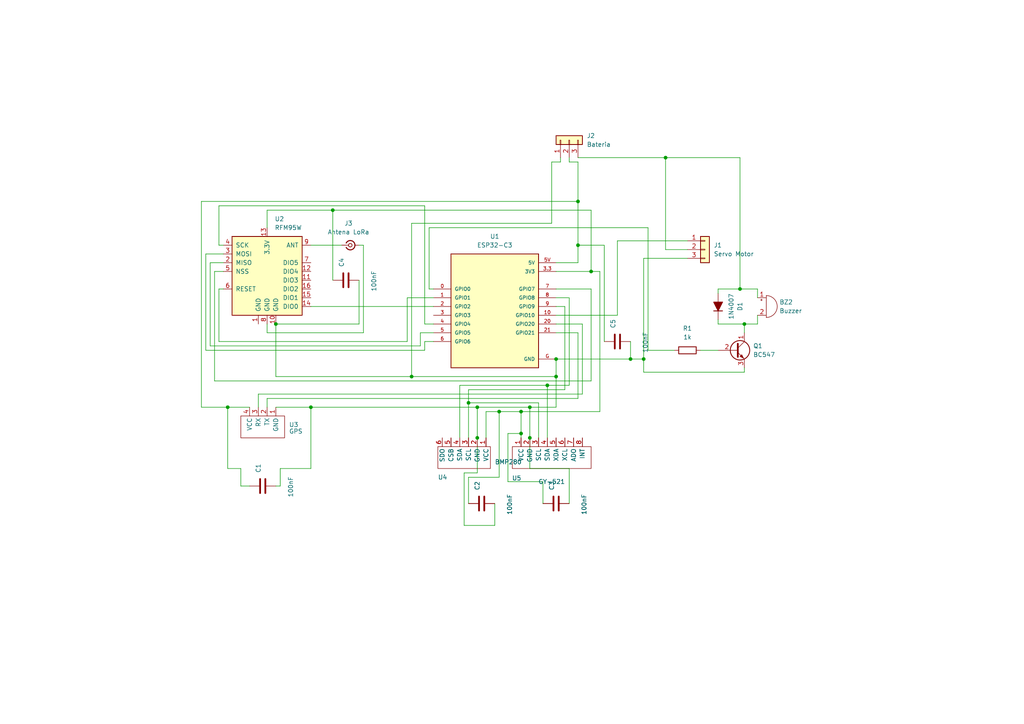
<source format=kicad_sch>
(kicad_sch (version 20231120) (generator "eeschema") (generator_version "8.0")
  (paper "A4")
  (title_block (title "Aviônica SR1500") (date "2025-06-04"))
  (lib_symbols
    (symbol "Connector:Conn_Coaxial_Small" (pin_numbers hide) (pin_names (offset 1.016) hide)
      (property "Reference" "J" (at 0.254 3.048 0))
      (property "Value" "Conn_Coaxial_Small" (at 0 -3.81 0))
      (symbol "Conn_Coaxial_Small_0_1"
        (polyline (pts (xy -2.54 0) (xy -0.508 0)))
        (circle (center 0 0) (radius 0.508) (stroke (width 0.2032)))
      )
      (symbol "Conn_Coaxial_Small_1_1"
        (arc (start -1.1916 -0.6311) (mid 0.327 -1.3081) (end 1.3484 0.0039) (stroke (width 0.3048)))
        (arc (start 1.3484 -0.0039) (mid 0.327 1.3081) (end -1.1916 0.6311) (stroke (width 0.3048)))
        (pin passive line (at -2.54 0 0) (length 1.27) (name "In") (number "1"))
        (pin passive line (at 2.54 0 180) (length 1.27) (name "Ext") (number "2"))
      )
    )
    (symbol "Connector_Generic:Conn_01x03" (pin_names (offset 1.016) hide)
      (property "Reference" "J" (at 0 5.08 0))
      (property "Value" "Conn_01x03" (at 0 -5.08 0))
      (symbol "Conn_01x03_1_1"
        (rectangle (start -1.27 -2.413) (end 0 -2.667) (stroke (width 0.1524)))
        (rectangle (start -1.27 0.127) (end 0 -0.127) (stroke (width 0.1524)))
        (rectangle (start -1.27 2.667) (end 0 2.413) (stroke (width 0.1524)))
        (rectangle (start -1.27 3.81) (end 1.27 -3.81) (stroke (width 0.254)) (fill (type background)))
        (pin passive line (at -5.08 2.54 0) (length 3.81) (name "Pin_1") (number "1"))
        (pin passive line (at -5.08 0 0) (length 3.81) (name "Pin_2") (number "2"))
        (pin passive line (at -5.08 -2.54 0) (length 3.81) (name "Pin_3") (number "3"))
      )
    )
    (symbol "Device:Buzzer" (pin_names (offset 0.0254) hide)
      (property "Reference" "BZ" (at 3.81 1.27 0))
      (property "Value" "Buzzer" (at 3.81 -1.27 0))
      (symbol "Buzzer_0_1"
        (arc (start 0 -3.175) (mid 3.1612 0) (end 0 3.175))
        (polyline (pts (xy -1.651 1.905) (xy -1.143 1.905)))
        (polyline (pts (xy -1.397 2.159) (xy -1.397 1.651)))
        (polyline (pts (xy 0 3.175) (xy 0 -3.175)))
      )
      (symbol "Buzzer_1_1"
        (pin passive line (at -2.54 2.54 0) (length 2.54) (name "+") (number "1"))
        (pin passive line (at -2.54 -2.54 0) (length 2.54) (name "-") (number "2"))
      )
    )
    (symbol "Device:R" (pin_numbers hide) (pin_names (offset 0))
      (property "Reference" "R" (at 2.032 0 90))
      (property "Value" "R" (at 0 0 90))
      (symbol "R_0_1"
        (rectangle (start -1.016 -2.54) (end 1.016 2.54) (stroke (width 0.254)))
      )
      (symbol "R_1_1"
        (pin passive line (at 0 3.81 270) (length 1.27) (name "~") (number "1"))
        (pin passive line (at 0 -3.81 90) (length 1.27) (name "~") (number "2"))
      )
    )
    (symbol "ESP32-C3_SUPERMINI_TH:ESP32-C3_SUPERMINI_TH" (pin_names (offset 1.016))
      (property "Reference" "U" (at -12.7 16.002 0))
      (property "Value" "ESP32-C3_SUPERMINI_TH" (at -12.7 -20.32 0))
      (symbol "ESP32-C3_SUPERMINI_TH_0_0"
        (rectangle (start -12.7 -17.78) (end 12.7 15.24) (stroke (width 0.254)) (fill (type background)))
        (pin bidirectional line (at -17.78 5.08 0) (length 5.08) (name "GPIO0") (number "0"))
        (pin bidirectional line (at -17.78 2.54 0) (length 5.08) (name "GPIO1") (number "1"))
        (pin bidirectional line (at 17.78 -2.54 180) (length 5.08) (name "GPIO10") (number "10"))
        (pin bidirectional line (at -17.78 0 0) (length 5.08) (name "GPIO2") (number "2"))
        (pin bidirectional line (at 17.78 -5.08 180) (length 5.08) (name "GPIO20") (number "20"))
        (pin bidirectional line (at 17.78 -7.62 180) (length 5.08) (name "GPIO21") (number "21"))
        (pin bidirectional line (at -17.78 -2.54 0) (length 5.08) (name "GPIO3") (number "3"))
        (pin power_in line (at 17.78 10.16 180) (length 5.08) (name "3V3") (number "3.3"))
        (pin bidirectional line (at -17.78 -5.08 0) (length 5.08) (name "GPIO4") (number "4"))
        (pin bidirectional line (at -17.78 -7.62 0) (length 5.08) (name "GPIO5") (number "5"))
        (pin power_in line (at 17.78 12.7 180) (length 5.08) (name "5V") (number "5V"))
        (pin bidirectional line (at -17.78 -10.16 0) (length 5.08) (name "GPIO6") (number "6"))
        (pin bidirectional line (at 17.78 5.08 180) (length 5.08) (name "GPIO7") (number "7"))
        (pin bidirectional line (at 17.78 2.54 180) (length 5.08) (name "GPIO8") (number "8"))
        (pin bidirectional line (at 17.78 0 180) (length 5.08) (name "GPIO9") (number "9"))
        (pin power_in line (at 17.78 -15.24 180) (length 5.08) (name "GND") (number "G"))
      )
    )
    (symbol "New_Library:BMP280"
      (property "Reference" "U" (at 5.334 4.572 0))
      (symbol "BMP280_0_1"
        (rectangle (start -7.62 2.54) (end 7.62 -3.81))
      )
      (symbol "BMP280_1_1"
        (pin input line (at 6.35 5.08 270) (length 2.54) (name "VCC") (number "1"))
        (pin input line (at 3.81 5.08 270) (length 2.54) (name "GND") (number "2"))
        (pin bidirectional line (at 1.27 5.08 270) (length 2.54) (name "SCL") (number "3"))
        (pin bidirectional line (at -1.27 5.08 270) (length 2.54) (name "SDA") (number "4"))
        (pin bidirectional line (at -3.81 5.08 270) (length 2.54) (name "CSB") (number "5"))
        (pin bidirectional line (at -6.35 5.08 270) (length 2.54) (name "SDO") (number "6"))
      )
    )
    (symbol "New_Library:GY-521"
      (property "Reference" "U" (at -5.842 -7.874 0))
      (symbol "GY-521_0_1"
        (rectangle (start -6.35 0) (end 16.51 -6.35))
      )
      (symbol "GY-521_1_1"
        (pin power_in line (at -3.81 2.54 270) (length 2.54) (name "VCC") (number "1"))
        (pin power_in line (at -1.27 2.54 270) (length 2.54) (name "GND") (number "2"))
        (pin bidirectional line (at 1.27 2.54 270) (length 2.54) (name "SCL") (number "3"))
        (pin bidirectional line (at 3.81 2.54 270) (length 2.54) (name "SDA") (number "4"))
        (pin bidirectional line (at 6.35 2.54 270) (length 2.54) (name "XDA") (number "5"))
        (pin bidirectional line (at 8.89 2.54 270) (length 2.54) (name "XCL") (number "6"))
        (pin bidirectional line (at 11.43 2.54 270) (length 2.54) (name "ADO") (number "7"))
        (pin bidirectional line (at 13.97 2.54 270) (length 2.54) (name "INT") (number "8"))
      )
    )
    (symbol "New_Library:GY-NEO6M-V2"
      (property "Reference" "U3" (at 7.62 0.0001 0))
      (property "Value" "~" (at 7.62 -1.905 0))
      (symbol "GY-NEO6M-V2_0_1"
        (rectangle (start -6.35 2.54) (end 6.35 -3.81))
      )
      (symbol "GY-NEO6M-V2_1_1"
        (pin power_in line (at 3.81 5.08 270) (length 2.54) (name "GND") (number "1"))
        (pin output line (at 1.27 5.08 270) (length 2.54) (name "TX") (number "2"))
        (pin input line (at -1.27 5.08 270) (length 2.54) (name "RX") (number "3"))
        (pin power_in line (at -3.81 5.08 270) (length 2.54) (name "VCC") (number "4"))
      )
    )
    (symbol "PCM_4ms_Connector:Conn_01x03" (pin_names (offset 1.016) hide)
      (property "Reference" "J" (at 0 5.08 0))
      (property "Value" "Conn_01x03" (at 0 -5.08 0))
      (symbol "Conn_01x03_1_1"
        (rectangle (start -1.27 -2.413) (end 0 -2.667) (stroke (width 0.1524)))
        (rectangle (start -1.27 0.127) (end 0 -0.127) (stroke (width 0.1524)))
        (rectangle (start -1.27 2.667) (end 0 2.413) (stroke (width 0.1524)))
        (rectangle (start -1.27 3.81) (end 1.27 -3.81) (stroke (width 0.254)) (fill (type background)))
        (pin passive line (at -5.08 2.54 0) (length 3.81) (name "Pin_1") (number "1"))
        (pin passive line (at -5.08 0 0) (length 3.81) (name "Pin_2") (number "2"))
        (pin passive line (at -5.08 -2.54 0) (length 3.81) (name "Pin_3") (number "3"))
      )
    )
    (symbol "PCM_Capacitor_AKL:C_Disc_D3.0mm_W1.6mm_P2.50mm" (pin_numbers hide) (pin_names (offset 0.254))
      (property "Reference" "C" (at 0.635 2.54 0))
      (property "Value" "C_Disc_D3.0mm_W1.6mm_P2.50mm" (at 0.635 -2.54 0))
      (symbol "C_Disc_D3.0mm_W1.6mm_P2.50mm_0_1"
        (polyline (pts (xy -2.032 -0.762) (xy 2.032 -0.762)) (stroke (width 0.508)))
        (polyline (pts (xy -2.032 0.762) (xy 2.032 0.762)) (stroke (width 0.508)))
      )
      (symbol "C_Disc_D3.0mm_W1.6mm_P2.50mm_0_2"
        (polyline (pts (xy -2.54 -2.54) (xy -0.381 -0.381)))
        (polyline (pts (xy -0.508 -0.508) (xy -1.651 0.635)) (stroke (width 0.508)))
        (polyline (pts (xy -0.508 -0.508) (xy 0.635 -1.651)) (stroke (width 0.508)))
        (polyline (pts (xy 0.381 0.381) (xy 2.54 2.54)))
        (polyline (pts (xy 0.508 0.508) (xy -0.635 1.651)) (stroke (width 0.508)))
        (polyline (pts (xy 0.508 0.508) (xy 1.651 -0.635)) (stroke (width 0.508)))
      )
      (symbol "C_Disc_D3.0mm_W1.6mm_P2.50mm_1_1"
        (pin passive line (at 0 3.81 270) (length 2.794) (name "~") (number "1"))
        (pin passive line (at 0 -3.81 90) (length 2.794) (name "~") (number "2"))
      )
      (symbol "C_Disc_D3.0mm_W1.6mm_P2.50mm_1_2"
        (pin passive line (at 2.54 2.54 270) (length 0) (name "~") (number "1"))
        (pin passive line (at -2.54 -2.54 90) (length 0) (name "~") (number "2"))
      )
    )
    (symbol "PCM_Diode_AKL:1N4007" (pin_numbers hide) (pin_names (offset 1.016) hide)
      (property "Reference" "D" (at 0 5.08 0))
      (property "Value" "1N4007" (at 0 2.54 0))
      (symbol "1N4007_0_1"
        (polyline (pts (xy -1.27 0) (xy 1.27 0)))
        (polyline (pts (xy 1.27 1.27) (xy 1.27 -1.27)) (stroke (width 0.254)))
        (polyline (pts (xy -1.27 1.27) (xy -1.27 -1.27) (xy 1.27 0) (xy -1.27 1.27)) (stroke (width 0.254)) (fill (type outline)))
      )
      (symbol "1N4007_0_2"
        (polyline (pts (xy -2.54 -2.54) (xy 2.54 2.54)))
        (polyline (pts (xy 0 1.778) (xy 1.778 0)) (stroke (width 0.254)))
        (polyline (pts (xy -0.889 -0.889) (xy -1.778 0) (xy 0.889 0.889) (xy 0 -1.778) (xy -0.889 -0.889)) (stroke (width 0.254)) (fill (type outline)))
      )
      (symbol "1N4007_1_1"
        (pin passive line (at 3.81 0 180) (length 2.54) (name "K") (number "1"))
        (pin passive line (at -3.81 0 0) (length 2.54) (name "A") (number "2"))
      )
      (symbol "1N4007_1_2"
        (pin passive line (at 2.54 2.54 180) (length 0) (name "K") (number "1"))
        (pin passive line (at -2.54 -2.54 0) (length 0) (name "A") (number "2"))
      )
    )
    (symbol "RF_Module:RFM95W-868S2" (pin_names (offset 1.016))
      (property "Reference" "U" (at -10.414 11.684 0))
      (property "Value" "RFM95W-868S2" (at 1.524 11.43 0))
      (symbol "RFM95W-868S2_0_1"
        (rectangle (start -10.16 10.16) (end 10.16 -12.7) (stroke (width 0.254)) (fill (type background)))
      )
      (symbol "RFM95W-868S2_1_1"
        (pin power_in line (at -2.54 -15.24 90) (length 2.54) (name "GND") (number "1"))
        (pin power_in line (at 2.54 -15.24 90) (length 2.54) (name "GND") (number "10"))
        (pin bidirectional line (at 12.7 -2.54 180) (length 2.54) (name "DIO3") (number "11"))
        (pin bidirectional line (at 12.7 0 180) (length 2.54) (name "DIO4") (number "12"))
        (pin power_in line (at 0 12.7 270) (length 2.54) (name "3.3V") (number "13"))
        (pin bidirectional line (at 12.7 -10.16 180) (length 2.54) (name "DIO0") (number "14"))
        (pin bidirectional line (at 12.7 -7.62 180) (length 2.54) (name "DIO1") (number "15"))
        (pin bidirectional line (at 12.7 -5.08 180) (length 2.54) (name "DIO2") (number "16"))
        (pin output line (at -12.7 2.54 0) (length 2.54) (name "MISO") (number "2"))
        (pin input line (at -12.7 5.08 0) (length 2.54) (name "MOSI") (number "3"))
        (pin input line (at -12.7 7.62 0) (length 2.54) (name "SCK") (number "4"))
        (pin input line (at -12.7 0 0) (length 2.54) (name "NSS") (number "5"))
        (pin bidirectional line (at -12.7 -5.08 0) (length 2.54) (name "RESET") (number "6"))
        (pin bidirectional line (at 12.7 2.54 180) (length 2.54) (name "DIO5") (number "7"))
        (pin power_in line (at 0 -15.24 90) (length 2.54) (name "GND") (number "8"))
        (pin bidirectional line (at 12.7 7.62 180) (length 2.54) (name "ANT") (number "9"))
      )
    )
    (symbol "Transistor_BJT:BC547" (pin_names (offset 0) hide)
      (property "Reference" "Q" (at 5.08 1.905 0))
      (property "Value" "BC547" (at 5.08 0 0))
      (symbol "BC547_0_1"
        (polyline (pts (xy 0 0) (xy 0.635 0)))
        (polyline (pts (xy 0.635 0.635) (xy 2.54 2.54)))
        (polyline (pts (xy 0.635 -0.635) (xy 2.54 -2.54) (xy 2.54 -2.54)))
        (polyline (pts (xy 0.635 1.905) (xy 0.635 -1.905) (xy 0.635 -1.905)) (stroke (width 0.508)))
        (polyline (pts (xy 1.27 -1.778) (xy 1.778 -1.27) (xy 2.286 -2.286) (xy 1.27 -1.778) (xy 1.27 -1.778)) (fill (type outline)))
        (circle (center 1.27 0) (radius 2.8194) (stroke (width 0.254)))
      )
      (symbol "BC547_1_1"
        (pin passive line (at 2.54 5.08 270) (length 2.54) (name "C") (number "1"))
        (pin input line (at -5.08 0 0) (length 5.08) (name "B") (number "2"))
        (pin passive line (at 2.54 -5.08 90) (length 2.54) (name "E") (number "3"))
      )
    )
  )
  (junction (at 66.04 118.11))
  (junction (at 90.17 118.11))
  (junction (at 151.13 125.73))
  (junction (at 214.63 83.82))
  (junction (at 138.43 127))
  (junction (at 167.64 71.12))
  (junction (at 167.64 58.42))
  (junction (at 80.01 93.98))
  (junction (at 215.9 93.98))
  (junction (at 151.13 119.38))
  (junction (at 182.88 104.14))
  (junction (at 119.38 109.22))
  (junction (at 158.75 111.76))
  (junction (at 135.89 116.84))
  (junction (at 186.69 104.14))
  (junction (at 161.29 109.22))
  (junction (at 144.78 119.38))
  (junction (at 193.04 45.72))
  (junction (at 171.45 78.74))
  (junction (at 153.67 127))
  (junction (at 96.52 60.96))
  (junction (at 138.43 118.11))
  (junction (at 153.67 118.11))
  (junction (at 161.29 104.14))
  (wire (pts (xy 153.67 118.11) (xy 153.67 127)))
  (wire (pts (xy 121.92 100.33) (xy 121.92 96.52)))
  (wire (pts (xy 161.29 91.44) (xy 179.07 91.44)))
  (wire (pts (xy 219.71 91.44) (xy 219.71 93.98)))
  (wire (pts (xy 186.69 104.14) (xy 186.69 107.95)))
  (wire (pts (xy 63.5 71.12) (xy 63.5 59.69)))
  (wire (pts (xy 59.69 101.6) (xy 123.19 101.6)))
  (wire (pts (xy 104.14 93.98) (xy 80.01 93.98)))
  (wire (pts (xy 119.38 109.22) (xy 161.29 109.22)))
  (wire (pts (xy 208.28 93.98) (xy 215.9 93.98)))
  (wire (pts (xy 171.45 110.49) (xy 171.45 83.82)))
  (wire (pts (xy 96.52 81.28) (xy 96.52 60.96)))
  (wire (pts (xy 66.04 118.11) (xy 58.42 118.11)))
  (wire (pts (xy 81.28 135.89) (xy 81.28 140.97)))
  (wire (pts (xy 165.1 86.36) (xy 161.29 86.36)))
  (wire (pts (xy 151.13 119.38) (xy 173.99 119.38)))
  (wire (pts (xy 118.11 99.06) (xy 118.11 86.36)))
  (wire (pts (xy 80.01 93.98) (xy 80.01 109.22)))
  (wire (pts (xy 74.93 114.3) (xy 168.91 114.3)))
  (wire (pts (xy 90.17 135.89) (xy 90.17 118.11)))
  (wire (pts (xy 77.47 96.52) (xy 77.47 93.98)))
  (wire (pts (xy 165.1 146.05) (xy 165.1 135.89)))
  (wire (pts (xy 214.63 45.72) (xy 214.63 83.82)))
  (wire (pts (xy 123.19 59.69) (xy 123.19 93.98)))
  (wire (pts (xy 135.89 138.43) (xy 144.78 138.43)))
  (wire (pts (xy 90.17 118.11) (xy 138.43 118.11)))
  (wire (pts (xy 208.28 92.71) (xy 208.28 93.98)))
  (wire (pts (xy 138.43 118.11) (xy 153.67 118.11)))
  (wire (pts (xy 160.02 46.99) (xy 162.56 46.99)))
  (wire (pts (xy 167.64 115.57) (xy 167.64 96.52)))
  (wire (pts (xy 163.83 113.03) (xy 163.83 88.9)))
  (wire (pts (xy 187.96 101.6) (xy 195.58 101.6)))
  (wire (pts (xy 186.69 74.93) (xy 186.69 104.14)))
  (wire (pts (xy 62.23 78.74) (xy 62.23 110.49)))
  (wire (pts (xy 74.93 118.11) (xy 74.93 114.3)))
  (wire (pts (xy 64.77 83.82) (xy 63.5 83.82)))
  (wire (pts (xy 173.99 119.38) (xy 173.99 78.74)))
  (wire (pts (xy 105.41 71.12) (xy 104.14 71.12)))
  (wire (pts (xy 151.13 119.38) (xy 151.13 125.73)))
  (wire (pts (xy 133.35 111.76) (xy 158.75 111.76)))
  (wire (pts (xy 171.45 83.82) (xy 161.29 83.82)))
  (wire (pts (xy 193.04 45.72) (xy 214.63 45.72)))
  (wire (pts (xy 124.46 83.82) (xy 125.73 83.82)))
  (wire (pts (xy 133.35 127) (xy 133.35 111.76)))
  (wire (pts (xy 179.07 91.44) (xy 179.07 69.85)))
  (wire (pts (xy 81.28 140.97) (xy 80.01 140.97)))
  (wire (pts (xy 219.71 83.82) (xy 219.71 86.36)))
  (wire (pts (xy 158.75 111.76) (xy 165.1 111.76)))
  (wire (pts (xy 147.32 139.7) (xy 147.32 125.73)))
  (wire (pts (xy 140.97 127) (xy 140.97 119.38)))
  (wire (pts (xy 175.26 99.06) (xy 175.26 71.12)))
  (wire (pts (xy 156.21 116.84) (xy 135.89 116.84)))
  (wire (pts (xy 121.92 96.52) (xy 125.73 96.52)))
  (wire (pts (xy 77.47 115.57) (xy 167.64 115.57)))
  (wire (pts (xy 203.2 101.6) (xy 208.28 101.6)))
  (wire (pts (xy 161.29 104.14) (xy 182.88 104.14)))
  (wire (pts (xy 167.64 58.42) (xy 167.64 71.12)))
  (wire (pts (xy 135.89 146.05) (xy 135.89 138.43)))
  (wire (pts (xy 161.29 78.74) (xy 171.45 78.74)))
  (wire (pts (xy 119.38 64.77) (xy 119.38 109.22)))
  (wire (pts (xy 153.67 118.11) (xy 161.29 118.11)))
  (wire (pts (xy 179.07 69.85) (xy 199.39 69.85)))
  (wire (pts (xy 58.42 118.11) (xy 58.42 58.42)))
  (wire (pts (xy 77.47 118.11) (xy 77.47 115.57)))
  (wire (pts (xy 140.97 119.38) (xy 144.78 119.38)))
  (wire (pts (xy 58.42 58.42) (xy 167.64 58.42)))
  (wire (pts (xy 208.28 85.09) (xy 208.28 83.82)))
  (wire (pts (xy 104.14 81.28) (xy 104.14 93.98)))
  (wire (pts (xy 151.13 125.73) (xy 151.13 127)))
  (wire (pts (xy 144.78 138.43) (xy 144.78 119.38)))
  (wire (pts (xy 77.47 66.04) (xy 77.47 60.96)))
  (wire (pts (xy 156.21 127) (xy 156.21 116.84)))
  (wire (pts (xy 219.71 93.98) (xy 215.9 93.98)))
  (wire (pts (xy 147.32 125.73) (xy 151.13 125.73)))
  (wire (pts (xy 77.47 60.96) (xy 96.52 60.96)))
  (wire (pts (xy 157.48 146.05) (xy 157.48 139.7)))
  (wire (pts (xy 167.64 96.52) (xy 161.29 96.52)))
  (wire (pts (xy 138.43 127) (xy 138.43 137.16)))
  (wire (pts (xy 69.85 135.89) (xy 69.85 140.97)))
  (wire (pts (xy 158.75 111.76) (xy 158.75 127)))
  (wire (pts (xy 165.1 111.76) (xy 165.1 86.36)))
  (wire (pts (xy 90.17 71.12) (xy 99.06 71.12)))
  (wire (pts (xy 134.62 152.4) (xy 134.62 137.16)))
  (wire (pts (xy 160.02 64.77) (xy 119.38 64.77)))
  (wire (pts (xy 124.46 66.04) (xy 187.96 66.04)))
  (wire (pts (xy 69.85 140.97) (xy 72.39 140.97)))
  (wire (pts (xy 63.5 59.69) (xy 123.19 59.69)))
  (wire (pts (xy 105.41 71.12) (xy 105.41 96.52)))
  (wire (pts (xy 64.77 73.66) (xy 59.69 73.66)))
  (wire (pts (xy 173.99 78.74) (xy 171.45 78.74)))
  (wire (pts (xy 135.89 113.03) (xy 163.83 113.03)))
  (wire (pts (xy 161.29 104.14) (xy 161.29 109.22)))
  (wire (pts (xy 138.43 118.11) (xy 138.43 127)))
  (wire (pts (xy 167.64 46.99) (xy 167.64 58.42)))
  (wire (pts (xy 193.04 72.39) (xy 193.04 45.72)))
  (wire (pts (xy 63.5 99.06) (xy 118.11 99.06)))
  (wire (pts (xy 135.89 116.84) (xy 135.89 113.03)))
  (wire (pts (xy 66.04 135.89) (xy 66.04 118.11)))
  (wire (pts (xy 167.64 46.99) (xy 165.1 46.99)))
  (wire (pts (xy 182.88 99.06) (xy 182.88 104.14)))
  (wire (pts (xy 59.69 73.66) (xy 59.69 101.6)))
  (wire (pts (xy 165.1 46.99) (xy 165.1 45.72)))
  (wire (pts (xy 143.51 146.05) (xy 143.51 152.4)))
  (wire (pts (xy 72.39 118.11) (xy 66.04 118.11)))
  (wire (pts (xy 60.96 76.2) (xy 60.96 100.33)))
  (wire (pts (xy 80.01 109.22) (xy 119.38 109.22)))
  (wire (pts (xy 64.77 71.12) (xy 63.5 71.12)))
  (wire (pts (xy 187.96 66.04) (xy 187.96 101.6)))
  (wire (pts (xy 144.78 119.38) (xy 151.13 119.38)))
  (wire (pts (xy 199.39 74.93) (xy 186.69 74.93)))
  (wire (pts (xy 171.45 60.96) (xy 171.45 78.74)))
  (wire (pts (xy 123.19 93.98) (xy 125.73 93.98)))
  (wire (pts (xy 167.64 45.72) (xy 193.04 45.72)))
  (wire (pts (xy 69.85 135.89) (xy 66.04 135.89)))
  (wire (pts (xy 123.19 101.6) (xy 123.19 99.06)))
  (wire (pts (xy 60.96 100.33) (xy 121.92 100.33)))
  (wire (pts (xy 63.5 83.82) (xy 63.5 99.06)))
  (wire (pts (xy 80.01 118.11) (xy 90.17 118.11)))
  (wire (pts (xy 175.26 71.12) (xy 167.64 71.12)))
  (wire (pts (xy 157.48 139.7) (xy 147.32 139.7)))
  (wire (pts (xy 123.19 99.06) (xy 125.73 99.06)))
  (wire (pts (xy 165.1 135.89) (xy 153.67 135.89)))
  (wire (pts (xy 163.83 88.9) (xy 161.29 88.9)))
  (wire (pts (xy 199.39 72.39) (xy 193.04 72.39)))
  (wire (pts (xy 64.77 78.74) (xy 62.23 78.74)))
  (wire (pts (xy 134.62 137.16) (xy 138.43 137.16)))
  (wire (pts (xy 143.51 152.4) (xy 134.62 152.4)))
  (wire (pts (xy 161.29 109.22) (xy 161.29 118.11)))
  (wire (pts (xy 62.23 110.49) (xy 171.45 110.49)))
  (wire (pts (xy 135.89 127) (xy 135.89 116.84)))
  (wire (pts (xy 96.52 60.96) (xy 171.45 60.96)))
  (wire (pts (xy 167.64 71.12) (xy 167.64 76.2)))
  (wire (pts (xy 168.91 93.98) (xy 161.29 93.98)))
  (wire (pts (xy 162.56 46.99) (xy 162.56 45.72)))
  (wire (pts (xy 215.9 93.98) (xy 215.9 96.52)))
  (wire (pts (xy 124.46 83.82) (xy 124.46 66.04)))
  (wire (pts (xy 160.02 46.99) (xy 160.02 64.77)))
  (wire (pts (xy 168.91 114.3) (xy 168.91 93.98)))
  (wire (pts (xy 153.67 135.89) (xy 153.67 127)))
  (wire (pts (xy 167.64 76.2) (xy 161.29 76.2)))
  (wire (pts (xy 118.11 86.36) (xy 125.73 86.36)))
  (wire (pts (xy 81.28 135.89) (xy 90.17 135.89)))
  (wire (pts (xy 105.41 96.52) (xy 77.47 96.52)))
  (wire (pts (xy 64.77 76.2) (xy 60.96 76.2)))
  (wire (pts (xy 214.63 83.82) (xy 219.71 83.82)))
  (wire (pts (xy 186.69 107.95) (xy 215.9 107.95)))
  (wire (pts (xy 90.17 88.9) (xy 125.73 88.9)))
  (wire (pts (xy 208.28 83.82) (xy 214.63 83.82)))
  (wire (pts (xy 182.88 104.14) (xy 186.69 104.14)))
  (wire (pts (xy 215.9 107.95) (xy 215.9 106.68)))
  (symbol (lib_id "Connector:Conn_Coaxial_Small") (at 101.6 71.12 0) (unit 1)
    (property "Reference" "J3" (at 101.0804 64.77 0))
    (property "Value" "Antena LoRa" (at 101.0804 67.31 0))
    (property "Footprint" "Connector_Coaxial:SMA_Amphenol_901-144_Vertical" (effects (hide yes)))
    (property "Description" "small coaxial connector (BNC, SMA, SMB, SMC, Cinch/RCA, LEMO, ...)" (effects (hide yes)))
  )
  (symbol (lib_id "RF_Module:RFM95W-868S2") (at 77.47 78.74 0) (unit 1)
    (property "Reference" "U2" (at 79.6641 63.5 0) (effects (justify left)))
    (property "Value" "RFM95W" (at 79.6641 66.04 0) (effects (justify left)))
    (property "Footprint" "RF_Module:HOPERF_RFM9XW_THT" (effects (hide yes)))
    (property "Datasheet" "https://www.hoperf.com/data/upload/portal/20181127/5bfcbea20e9ef.pdf" (effects (hide yes)))
    (property "Description" "Low power long range transceiver module, SPI and parallel interface, 868 MHz, spreading factor 6 to12, bandwidth 7.8 to 500kHz, -111 to -148 dBm, SMD-16, DIP-16" (effects (hide yes)))
  )
  (symbol (lib_id "New_Library:GY-521") (at 154.94 129.54 0) (unit 1)
    (property "Reference" "U5" (at 149.86 138.684 0))
    (property "Value" "GY-521" (at 160.02 139.7 0))
    (property "Footprint" "Library:GY-521" (effects (hide yes)))
  )
  (symbol (lib_id "Connector_Generic:Conn_01x03") (at 204.47 72.39 0) (unit 1)
    (property "Reference" "J1" (at 207.01 71.1199 0) (effects (justify left)))
    (property "Value" "Servo Motor" (at 207.01 73.6599 0) (effects (justify left)))
    (property "Footprint" "Connector:FanPinHeader_1x03_P2.54mm_Vertical" (effects (hide yes)))
    (property "Description" "Generic connector, single row, 01x03, script generated (kicad-library-utils/schlib/autogen/connector/)" (effects (hide yes)))
  )
  (symbol (lib_id "Device:R") (at 199.39 101.6 90) (unit 1)
    (property "Reference" "R1" (at 199.39 95.25 90))
    (property "Value" "1k" (at 199.39 97.79 90))
    (property "Footprint" "Resistor_THT:R_Axial_DIN0204_L3.6mm_D1.6mm_P5.08mm_Horizontal" (effects (hide yes)))
    (property "Description" "Resistor" (effects (hide yes)))
  )
  (symbol (lib_id "PCM_Capacitor_AKL:C_Disc_D3.0mm_W1.6mm_P2.50mm") (at 161.29 146.05 90) (unit 1)
    (property "Reference" "C3" (at 160.0199 142.24 0) (effects (justify left)))
    (property "Value" "100nF" (at 169.418 149.352 0) (effects (justify left)))
    (property "Footprint" "Capacitor_THT:C_Disc_D4.7mm_W2.5mm_P5.00mm" (effects (hide yes)))
    (property "Description" "THT Ceramic Disc Capacitor, 3.0mm Diameter, 1.6mm Width, 2.50mm Pitch, Alternate KiCad Library" (effects (hide yes)))
  )
  (symbol (lib_id "PCM_Capacitor_AKL:C_Disc_D3.0mm_W1.6mm_P2.50mm") (at 139.7 146.05 90) (unit 1)
    (property "Reference" "C2" (at 138.4299 142.24 0) (effects (justify left)))
    (property "Value" "100nF" (at 147.828 149.352 0) (effects (justify left)))
    (property "Footprint" "Capacitor_THT:C_Disc_D4.7mm_W2.5mm_P5.00mm" (effects (hide yes)))
    (property "Description" "THT Ceramic Disc Capacitor, 3.0mm Diameter, 1.6mm Width, 2.50mm Pitch, Alternate KiCad Library" (effects (hide yes)))
  )
  (symbol (lib_id "PCM_4ms_Connector:Conn_01x03") (at 165.1 40.64 90) (unit 1)
    (property "Reference" "J2" (at 170.18 39.3699 90) (effects (justify right)))
    (property "Value" "Bateria" (at 170.18 41.9099 90) (effects (justify right)))
    (property "Footprint" "Connector:FanPinHeader_1x03_P2.54mm_Vertical" (effects (hide yes)))
    (property "Description" "HEADER 1x3 MALE PINS 0.100” 180deg" (effects (hide yes)))
    (property "Specifications" "HEADER 1x3 MALE PINS 0.100” 180deg" (effects (hide yes)))
    (property "Manufacturer" "TAD" (effects (hide yes)))
    (property "Part Number" "1-0301FBV0T" (effects (hide yes)))
  )
  (symbol (lib_id "ESP32-C3_SUPERMINI_TH:ESP32-C3_SUPERMINI_TH") (at 143.51 88.9 0) (unit 1)
    (property "Reference" "U1" (at 143.51 68.58 0))
    (property "Value" "ESP32-C3" (at 143.51 71.12 0))
    (property "Footprint" "ESP32-C3_SUPERMINI_TH:MODULE_ESP32-C3_SUPERMINI" (effects (hide yes)))
    (property "MF" "Espressif Systems" (effects (hide yes)))
    (property "MAXIMUM_PACKAGE_HEIGHT" "4.2mm" (effects (hide yes)))
    (property "Package" "Package" (effects (hide yes)))
    (property "Price" "None" (effects (hide yes)))
    (property "Check_prices" "https://www.snapeda.com/parts/ESP32-C3%20SuperMini_TH/Espressif+Systems/view-part/?ref=eda" (effects (hide yes)))
    (property "STANDARD" "Manufacturer Recommendations" (effects (hide yes)))
    (property "SnapEDA_Link" "https://www.snapeda.com/parts/ESP32-C3%20SuperMini_TH/Espressif+Systems/view-part/?ref=snap" (effects (hide yes)))
    (property "MP" "ESP32-C3 SuperMini_TH" (effects (hide yes)))
    (property "Description_1" "\n                        \n                            Super tiny ESP32-C3 board\n                        \n" (effects (hide yes)))
    (property "Availability" "Not in stock" (effects (hide yes)))
    (property "MANUFACTURER" "Espressif" (effects (hide yes)))
  )
  (symbol (lib_id "New_Library:BMP280") (at 134.62 132.08 0) (unit 1)
    (property "Reference" "U4" (at 127 138.43 0) (effects (justify left)))
    (property "Value" "BMP280" (at 143.51 133.985 0) (effects (justify left)))
    (property "Footprint" "Library:GY-BMP280" (effects (hide yes)))
  )
  (symbol (lib_id "Transistor_BJT:BC547") (at 213.36 101.6 0) (unit 1)
    (property "Reference" "Q1" (at 218.44 100.3299 0) (effects (justify left)))
    (property "Value" "BC547" (at 218.44 102.8699 0) (effects (justify left)))
    (property "Footprint" "Package_TO_SOT_THT:TO-92_Inline" (effects (hide yes)))
    (property "Datasheet" "https://www.onsemi.com/pub/Collateral/BC550-D.pdf" (effects (hide yes)))
    (property "Description" "0.1A Ic, 45V Vce, Small Signal NPN Transistor, TO-92" (effects (hide yes)))
  )
  (symbol (lib_id "PCM_Capacitor_AKL:C_Disc_D3.0mm_W1.6mm_P2.50mm") (at 179.07 99.06 90) (unit 1)
    (property "Reference" "C5" (at 177.7999 95.25 0) (effects (justify left)))
    (property "Value" "100nF" (at 187.198 102.362 0) (effects (justify left)))
    (property "Footprint" "Capacitor_THT:C_Disc_D4.7mm_W2.5mm_P5.00mm" (effects (hide yes)))
    (property "Description" "THT Ceramic Disc Capacitor, 3.0mm Diameter, 1.6mm Width, 2.50mm Pitch, Alternate KiCad Library" (effects (hide yes)))
  )
  (symbol (lib_id "Device:Buzzer") (at 222.25 88.9 0) (unit 1)
    (property "Reference" "BZ2" (at 226.06 87.6299 0) (effects (justify left)))
    (property "Value" "Buzzer" (at 226.06 90.1699 0) (effects (justify left)))
    (property "Footprint" "Buzzer_Beeper:Buzzer_12x9.5RM7.6" (effects (hide yes)))
    (property "Description" "Buzzer, polarized" (effects (hide yes)))
  )
  (symbol (lib_id "PCM_Diode_AKL:1N4007") (at 208.28 88.9 270) (unit 1)
    (property "Reference" "D1" (at 214.63 88.9 0))
    (property "Value" "1N4007" (at 212.09 88.9 0))
    (property "Footprint" "PCM_Diode_THT_AKL:D_DO-41_SOD81_P7.62mm_Horizontal" (effects (hide yes)))
    (property "Datasheet" "https://www.tme.eu/Document/5f8ffc5ac30fc86bac97d66040bf5502/1n400x.pdf" (effects (hide yes)))
    (property "Description" "DO-41 Diode, Rectifier, 1000V, 1A, Alternate KiCad Library" (effects (hide yes)))
  )
  (symbol (lib_id "PCM_Capacitor_AKL:C_Disc_D3.0mm_W1.6mm_P2.50mm") (at 100.33 81.28 90) (unit 1)
    (property "Reference" "C4" (at 99.0599 77.47 0) (effects (justify left)))
    (property "Value" "100nF" (at 108.458 84.582 0) (effects (justify left)))
    (property "Footprint" "Capacitor_THT:C_Disc_D4.7mm_W2.5mm_P5.00mm" (effects (hide yes)))
    (property "Description" "THT Ceramic Disc Capacitor, 3.0mm Diameter, 1.6mm Width, 2.50mm Pitch, Alternate KiCad Library" (effects (hide yes)))
  )
  (symbol (lib_id "New_Library:GY-NEO6M-V2") (at 76.2 123.19 0) (unit 1)
    (property "Reference" "U3" (at 83.82 123.1899 0) (effects (justify left)))
    (property "Value" "GPS" (at 83.82 125.095 0) (effects (justify left)))
    (property "Footprint" "Library:GY-NEO6M-V2" (effects (hide yes)))
  )
  (symbol (lib_id "PCM_Capacitor_AKL:C_Disc_D3.0mm_W1.6mm_P2.50mm") (at 76.2 140.97 90) (unit 1)
    (property "Reference" "C1" (at 74.9299 137.16 0) (effects (justify left)))
    (property "Value" "100nF" (at 84.328 144.272 0) (effects (justify left)))
    (property "Footprint" "Capacitor_THT:C_Disc_D4.7mm_W2.5mm_P5.00mm" (effects (hide yes)))
    (property "Description" "THT Ceramic Disc Capacitor, 3.0mm Diameter, 1.6mm Width, 2.50mm Pitch, Alternate KiCad Library" (effects (hide yes)))
  )
)
</source>
